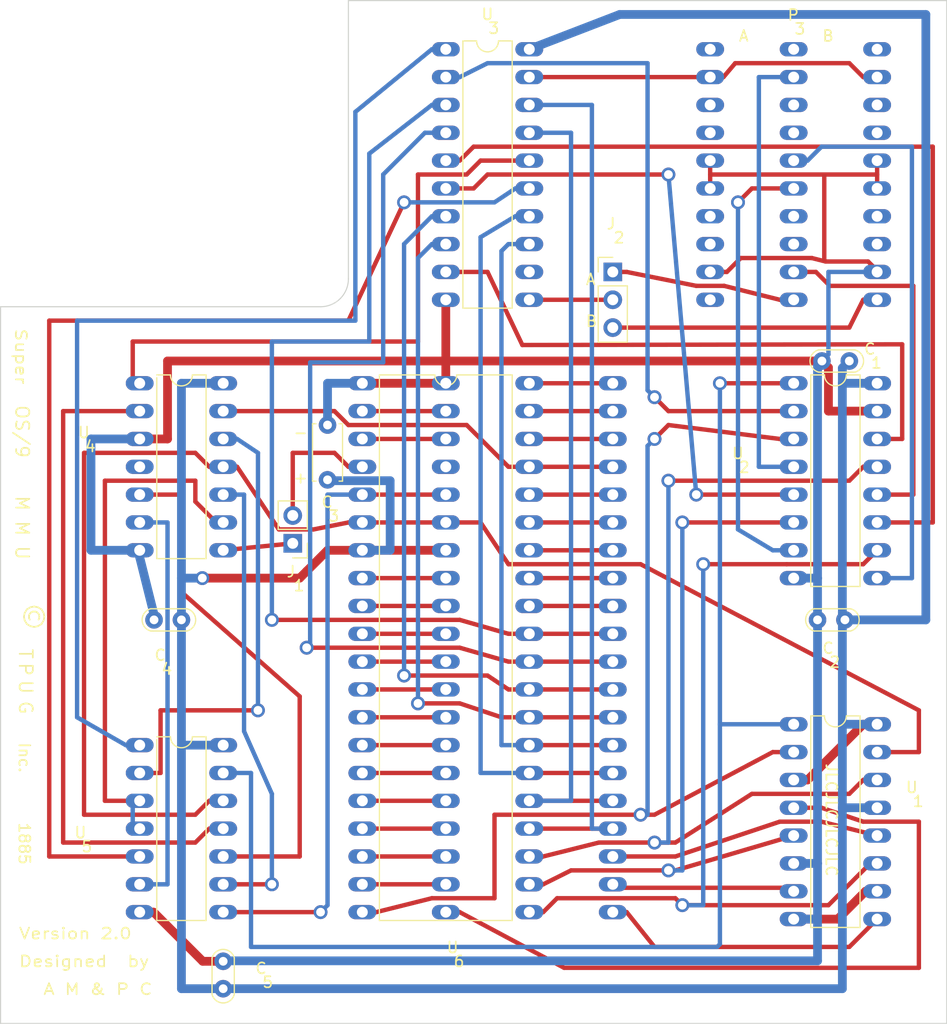
<source format=kicad_pcb>
(kicad_pcb (version 20221018) (generator pcbnew)
  (title_block (title "OS9 MMU Board") (date "2023-06-12") (rev "V001") (comment 1 "drawn in 2023") (comment 2 "creativecommons.org/licenses/by-sa/4.0/") (comment 3 "License: CC BY-SA 4.0") (comment 4 "Author: InsaneDruid"))
  (layers (0 "F.Cu" signal) (31 "B.Cu" signal) (34 "B.Paste" user) (35 "F.Paste" user) (36 "B.SilkS" user "B.Silkscreen") (37 "F.SilkS" user "F.Silkscreen") (38 "B.Mask" user) (39 "F.Mask" user) (44 "Edge.Cuts" user))
  (net 0 "")
  (net 1 "A")
  (net 2 "D")
  (net 3 "B")
  (net 4 "C")
  (net 5 "BS")
  (net 6 "GND")
  (net 7 "/BANK0")
  (net 8 "BA")
  (net 9 "/BANK2")
  (net 10 "A12")
  (net 11 "Q7")
  (net 12 "/BANK1")
  (net 13 "~{FIRQ}")
  (net 14 "/BANK3")
  (net 15 "+5V")
  (net 16 "Net-(JP1-B)")
  (net 17 "EFFC")
  (net 18 "~{RESET}")
  (net 19 "D0")
  (net 20 "D1")
  (net 21 "D2")
  (net 22 "D3")
  (net 23 "D4")
  (net 24 "D5")
  (net 25 "D6")
  (net 26 "D7")
  (net 27 "A15")
  (net 28 "/SEL_{OS9}")
  (net 29 "/~{SEL_{FIRQ}}")
  (net 30 "A14")
  (net 31 "A13")
  (net 32 "/SYNC_{Ack}")
  (net 33 "A12_{MMU}")
  (net 34 "A14_{MMU}")
  (net 35 "A13_{MMU}")
  (net 36 "/~{NMI}")
  (net 37 "/~{IRQ}")
  (net 39 "/A0")
  (net 40 "/A1")
  (net 41 "/A2")
  (net 42 "/A3")
  (net 43 "/A4")
  (net 44 "/A5")
  (net 45 "/A6")
  (net 46 "/A7")
  (net 47 "/A8")
  (net 48 "/A9")
  (net 49 "/A10")
  (net 50 "/A11")
  (net 57 "/~{HALT}")
  (net 58 "/TSC")
  (net 59 "/Q")
  (net 60 "/PHI2")
  (net 61 "/R{slash}~{W}")
  (net 62 "Net-(JP2-B)")
  (net 63 "A15_{MMU}")
  (net 64 "Net-(U1-S)")
  (net 65 "Net-(U3-~{Mr})")
  (net 67 "Net-(U4-Pad2)")
  (net 68 "Net-(U4-Pad10)")
  (net 69 "Net-(U4-Pad9)")
  (net 70 "Net-(U4-Pad12)")
  (net 76 "Net-(JC1-Pin_10)")
  (net 82 "Net-(U4-Pad5)")
  (net 83 "/LIC")
  (net 84 "/AVMA")
  (net 85 "/BUSY")
  (footprint "commonpet_lib_fp:C_Disc_D5.0mm_W2.5mm_P2.50mm" (layer "F.Cu") (at 115.57 95.25 180)
    (fp_text reference "C4" hide)
    (fp_text value "100nf")
  )
  (footprint "commonpet_lib_fp:PinSocket_1x10_P2.54mm_Vertical" (layer "F.Cu") (at 171.45 43.18)
    (fp_text reference "JC1" hide)
    (fp_text value "Conn_01x10_Pin")
  )
  (footprint "Capacitor_THT:C_Disc_D5.0mm_W2.5mm_P5.00mm" (layer "F.Cu") (at 128.905 82.47 90)
    (fp_text reference "C3" hide)
    (fp_text value "100nf" hide)
  )
  (footprint "commonpet_lib_fp:C_Disc_D5.0mm_W2.5mm_P2.50mm" (layer "F.Cu") (at 176.129 95.25 180)
    (fp_text reference "C2" hide)
    (fp_text value "100nf")
  )
  (footprint "commonpet_lib_fp:DIP-14_W7.62mm_LongPads" (layer "F.Cu") (at 111.76 106.68)
    (fp_text reference "U5" hide)
    (fp_text value "74LS02")
  )
  (footprint "Connector_PinHeader_2.54mm:PinHeader_1x02_P2.54mm_Vertical" (layer "F.Cu") (at 125.73 88.265 180)
    (fp_text reference "JP1" hide)
    (fp_text value "Jumper_2_Bridged")
  )
  (footprint "Connector_PinHeader_2.54mm:PinHeader_1x03_P2.54mm_Vertical" (layer "F.Cu") (at 154.94 63.5)
    (fp_text reference "JP2" hide)
    (fp_text value "Jumper_3_Bridged12")
  )
  (footprint "commonpet_lib_fp:C_Disc_D5.0mm_W2.5mm_P2.50mm" (layer "F.Cu") (at 176.53 71.628 180)
    (fp_text reference "C1" hide)
    (fp_text value "100nf")
  )
  (footprint "commonpet_lib_fp:C_Disc_D5.0mm_W2.5mm_P2.50mm" (layer "F.Cu") (at 119.38 128.905 90)
    (fp_text reference "C5" hide)
    (fp_text value "100nf")
  )
  (footprint "commonpet_lib_fp:DIP-16_W7.62mm_LongPads" (layer "F.Cu") (at 171.45 104.775)
    (fp_text reference "U1" hide)
    (fp_text value "74LS257")
  )
  (footprint "commonpet_lib_fp:DIP-14_W7.62mm_LongPads" (layer "F.Cu") (at 111.76 73.66)
    (fp_text reference "U4" hide)
    (fp_text value "74LS04")
  )
  (footprint "commonpet_lib_fp:DIP-40_W15.24mm_Socket_LongPads" (layer "F.Cu") (at 132.08 73.66)
    (fp_text reference "U6" hide)
    (fp_text value "6809E")
  )
  (footprint "commonpet_lib_fp:PinSocket_1x10_P2.54mm_Vertical" (layer "F.Cu") (at 179.07 43.18)
    (fp_text reference "JR2" hide)
    (fp_text value "Conn_01x10_Pin")
  )
  (footprint "commonpet_lib_fp:DIP-16_W7.62mm_LongPads" (layer "F.Cu") (at 171.45 73.66)
    (fp_text reference "U2" hide)
    (fp_text value "74LS157")
  )
  (footprint "commonpet_lib_fp:DIP-20_W7.62mm_LongPads" (layer "F.Cu") (at 139.7 43.18)
    (fp_text reference "U3" hide)
    (fp_text value "74LS273")
  )
  (footprint "commonpet_lib_fp:PinSocket_1x10_P2.54mm_Vertical" (layer "F.Cu") (at 163.83 43.18)
    (fp_text reference "JL2" hide)
    (fp_text value "Conn_01x10_Pin")
  )
  (footprint "commonpet_lib_fp:PinHeader_1x20_P2.54mm_Vertical" (layer "B.Cu") (at 154.94 73.66 180)
    (fp_text reference "JR1" hide)
    (fp_text value "Conn_01x20_Pin")
  )
  (footprint "commonpet_lib_fp:PinHeader_1x20_P2.54mm_Vertical" (layer "B.Cu") (at 139.7 73.66 180)
    (fp_text reference "JL1" hide)
    (fp_text value "Conn_01x20_Pin")
  )
  (gr_line (start 130.81 64.135) (end 130.81 38.735) (stroke (width 0.1)) (layer "Edge.Cuts"))
  (gr_line (start 99.06 132.08) (end 99.06 66.675) (stroke (width 0.1)) (layer "Edge.Cuts"))
  (gr_line (start 99.06 66.675) (end 128.27 66.675) (stroke (width 0.1)) (layer "Edge.Cuts"))
  (gr_line (start 185.42 38.735) (end 185.42 132.08) (stroke (width 0.1)) (layer "Edge.Cuts"))
  (gr_line (start 185.42 132.08) (end 99.06 132.08) (stroke (width 0.1)) (layer "Edge.Cuts"))
  (gr_line (start 130.81 38.735) (end 185.42 38.735) (stroke (width 0.1)) (layer "Edge.Cuts"))
  (gr_arc (start 130.81 64.135) (mid 130.066051 65.931051) (end 128.27 66.675) (stroke (width 0.1)) (layer "Edge.Cuts"))
  (gr_text "C" (at 122.2375 127.635) (layer "F.SilkS") (effects (font (size 1 1)) (justify left bottom)))
  (gr_text "1" (at 182.245 112.395) (layer "F.SilkS") (effects (font (size 1 1)) (justify left bottom)))
  (gr_text "U" (at 139.7 125.73) (layer "F.SilkS") (effects (font (size 1 1)) (justify left bottom)))
  (gr_text "Inc." (at 100.6475 106.3625 270) (layer "F.SilkS") (effects (font (size 1 1)) (justify left bottom)))
  (gr_text "U" (at 165.735 80.645) (layer "F.SilkS") (effects (font (size 1 1)) (justify left bottom)))
  (gr_text "©" (at 101.2825 93.6625 270) (layer "F.SilkS") (effects (font (size 1.4 1.4)) (justify left bottom)))
  (gr_text "U" (at 100.6475 100.6475 270) (layer "F.SilkS") (effects (font (size 1.2 1.2)) (justify left bottom)))
  (gr_text "A" (at 166.37 42.545) (layer "F.SilkS") (effects (font (size 1 1)) (justify left bottom)))
  (gr_text "2" (at 174.625 99.695) (layer "F.SilkS") (effects (font (size 1 1)) (justify left bottom)))
  (gr_text "2" (at 154.94 60.96) (layer "F.SilkS") (effects (font (size 1 1)) (justify left bottom)))
  (gr_text "-" (at 125.73 78.74) (layer "F.SilkS") (effects (font (size 1 1)) (justify left bottom)))
  (gr_text "1" (at 125.73 92.71) (layer "F.SilkS") (effects (font (size 1 1)) (justify left bottom)))
  (gr_text "5" (at 122.8725 128.905) (layer "F.SilkS") (effects (font (size 1 1)) (justify left bottom)))
  (gr_text "4" (at 106.68 80.01) (layer "F.SilkS") (effects (font (size 1 1)) (justify left bottom)))
  (gr_text "1" (at 178.435 72.39) (layer "F.SilkS") (effects (font (size 1 1)) (justify left bottom)))
  (gr_text "Super" (at 100.33 68.58 270) (layer "F.SilkS") (effects (font (size 1 1.2)) (justify left bottom)))
  (gr_text "3" (at 143.51 41.85) (layer "F.SilkS") (effects (font (size 1 1)) (justify left bottom)))
  (gr_text "M M U" (at 100.33 83.82 270) (layer "F.SilkS") (effects (font (size 1.2 1.2)) (justify left bottom)))
  (gr_text "U" (at 106.045 78.74) (layer "F.SilkS") (effects (font (size 1 1)) (justify left bottom)))
  (gr_text "A" (at 152.4 64.77) (layer "F.SilkS") (effects (font (size 1 1)) (justify left bottom)))
  (gr_text "6" (at 140.335 127) (layer "F.SilkS") (effects (font (size 1 1)) (justify left bottom)))
  (gr_text "+" (at 125.73 82.8675) (layer "F.SilkS") (effects (font (size 1 1)) (justify left bottom)))
  (gr_text "C" (at 177.8 71.12) (layer "F.SilkS") (effects (font (size 1 1)) (justify left bottom)))
  (gr_text "U" (at 142.875 40.58) (layer "F.SilkS") (effects (font (size 1 1)) (justify left bottom)))
  (gr_text "C" (at 113.03 99.06) (layer "F.SilkS") (effects (font (size 1 1)) (justify left bottom)))
  (gr_text "P" (at 170.815 40.64) (layer "F.SilkS") (effects (font (size 1 1)) (justify left bottom)))
  (gr_text "U" (at 105.7275 115.2525) (layer "F.SilkS") (effects (font (size 1 1)) (justify left bottom)))
  (gr_text "2" (at 166.37 81.915) (layer "F.SilkS") (effects (font (size 1 1)) (justify left bottom)))
  (gr_text "5" (at 106.3625 116.5225) (layer "F.SilkS") (effects (font (size 1 1)) (justify left bottom)))
  (gr_text "U" (at 181.61 111.125) (layer "F.SilkS") (effects (font (size 1 1)) (justify left bottom)))
  (gr_text "P" (at 100.6475 99.06 270) (layer "F.SilkS") (effects (font (size 1.2 1.2)) (justify left bottom)))
  (gr_text "1885" (at 100.6475 113.665 270) (layer "F.SilkS") (effects (font (size 1 1)) (justify left bottom)))
  (gr_text "JLCJLCJLCJLC" (at 174.3075 108.2675 -90) (layer "F.SilkS") (effects (font (size 1 1)) (justify left bottom)))
  (gr_text "3" (at 128.905 86.36) (layer "F.SilkS") (effects (font (size 1 1)) (justify left bottom)))
  (gr_text "Version 2.0" (at 100.6475 124.46) (layer "F.SilkS") (effects (font (size 1 1.2)) (justify left bottom)))
  (gr_text "B" (at 152.4 68.58) (layer "F.SilkS") (effects (font (size 1 1)) (justify left bottom)))
  (gr_text "J" (at 154.305 59.69) (layer "F.SilkS") (effects (font (size 1 1)) (justify left bottom)))
  (gr_text "T" (at 100.6475 97.79 270) (layer "F.SilkS") (effects (font (size 1.2 1.2)) (justify left bottom)))
  (gr_text "Designed  by" (at 100.6475 127) (layer "F.SilkS") (effects (font (size 1 1.2)) (justify left bottom)))
  (gr_text "C" (at 173.99 98.425) (layer "F.SilkS") (effects (font (size 1 1)) (justify left bottom)))
  (gr_text "C" (at 128.27 85.09) (layer "F.SilkS") (effects (font (size 1 1)) (justify left bottom)))
  (gr_text "3" (at 171.45 41.91) (layer "F.SilkS") (effects (font (size 1 1)) (justify left bottom)))
  (gr_text "4" (at 113.665 100.33) (layer "F.SilkS") (effects (font (size 1 1)) (justify left bottom)))
  (gr_text "G" (at 100.6475 102.5525 270) (layer "F.SilkS") (effects (font (size 1.2 1.2)) (justify left bottom)))
  (gr_text "B" (at 173.99 42.545) (layer "F.SilkS") (effects (font (size 1 1)) (justify left bottom)))
  (gr_text "OS/9" (at 100.33 75.565 270) (layer "F.SilkS") (effects (font (size 1.2 1.2)) (justify left bottom)))
  (gr_text "A M & P C" (at 102.87 129.54) (layer "F.SilkS") (effects (font (size 1 1.2)) (justify left bottom)))
  (gr_text "J" (at 125.095 91.44) (layer "F.SilkS") (effects (font (size 1 1)) (justify left bottom)))
  (segment (start 171.45 81.28) (end 168.275 81.28) (width 0.4) (layer "B.Cu") (net 1))
  (segment (start 168.275 81.28) (end 168.275 45.72) (width 0.4) (layer "B.Cu") (net 1))
  (segment (start 168.275 45.72) (end 171.45 45.72) (width 0.4) (layer "B.Cu") (net 1))
  (segment (start 173.99 52.07) (end 182.245 52.07) (width 0.4) (layer "B.Cu") (net 2))
  (segment (start 182.245 91.44) (end 179.07 91.44) (width 0.4) (layer "B.Cu") (net 2))
  (segment (start 171.45 53.34) (end 172.72 53.34) (width 0.4) (layer "B.Cu") (net 2))
  (segment (start 182.245 52.07) (end 182.245 91.44) (width 0.4) (layer "B.Cu") (net 2))
  (segment (start 172.72 53.34) (end 173.99 52.07) (width 0.4) (layer "B.Cu") (net 2))
  (segment (start 166.37 57.15) (end 167.64 55.88) (width 0.4) (layer "F.Cu") (net 3))
  (segment (start 167.64 55.88) (end 171.45 55.88) (width 0.4) (layer "F.Cu") (net 3))
  (via (at 166.37 57.15) (size 1.27) (drill 0.8) (layers "F.Cu" "B.Cu") (net 3))
  (segment (start 171.45 88.9) (end 169.545 88.9) (width 0.4) (layer "B.Cu") (net 3))
  (segment (start 166.37 86.995) (end 166.37 57.15) (width 0.4) (layer "B.Cu") (net 3))
  (segment (start 169.545 88.9) (end 166.37 86.995) (width 0.4) (layer "B.Cu") (net 3))
  (segment (start 182.372 83.82) (end 182.372 64.77) (width 0.4) (layer "F.Cu") (net 4))
  (segment (start 173.482 63.5) (end 171.45 63.5) (width 0.4) (layer "F.Cu") (net 4))
  (segment (start 174.752 64.77) (end 173.482 63.5) (width 0.4) (layer "F.Cu") (net 4))
  (segment (start 182.372 64.77) (end 174.752 64.77) (width 0.4) (layer "F.Cu") (net 4))
  (segment (start 179.07 83.82) (end 182.372 83.82) (width 0.4) (layer "F.Cu") (net 4))
  (segment (start 119.38 121.92) (end 128.27 121.92) (width 0.4) (layer "F.Cu") (net 5))
  (segment (start 132.08 83.82) (end 139.7 83.82) (width 0.4) (layer "F.Cu") (net 5))
  (via (at 128.27 121.92) (size 1.27) (drill 0.8) (layers "F.Cu" "B.Cu") (net 5))
  (segment (start 128.905 83.82) (end 132.08 83.82) (width 0.4) (layer "B.Cu") (net 5))
  (segment (start 128.27 121.92) (end 128.905 121.285) (width 0.4) (layer "B.Cu") (net 5))
  (segment (start 128.905 121.285) (end 128.905 83.82) (width 0.4) (layer "B.Cu") (net 5))
  (segment (start 165.354 63.5) (end 163.957 63.5) (width 0.4) (layer "F.Cu") (net 6))
  (segment (start 179.07 53.594) (end 179.07 55.753) (width 0.4) (layer "F.Cu") (net 6))
  (segment (start 113.03 121.92) (end 117.515 126.405) (width 0.8) (layer "F.Cu") (net 6))
  (segment (start 111.76 121.92) (end 113.03 121.92) (width 0.8) (layer "F.Cu") (net 6))
  (segment (start 174.625 76.2) (end 174.625 72.223) (width 0.8) (layer "F.Cu") (net 6))
  (segment (start 178.2445 62.5475) (end 174.371 62.5475) (width 0.4) (layer "F.Cu") (net 6))
  (segment (start 178.011667 120.015) (end 179.07 120.015) (width 0.8) (layer "F.Cu") (net 6))
  (segment (start 179.197 63.5) (end 178.2445 62.5475) (width 0.4) (layer "F.Cu") (net 6))
  (segment (start 174.244 62.4205) (end 174.371 62.5475) (width 0.4) (layer "F.Cu") (net 6))
  (segment (start 114.3 71.628) (end 174.03 71.628) (width 0.8) (layer "F.Cu") (net 6))
  (segment (start 166.624 62.23) (end 165.354 63.5) (width 0.4) (layer "F.Cu") (net 6))
  (segment (start 173.101 62.23) (end 166.624 62.23) (width 0.4) (layer "F.Cu") (net 6))
  (segment (start 132.08 73.66) (end 139.7 73.66) (width 0.8) (layer "F.Cu") (net 6))
  (segment (start 174.371 62.5475) (end 173.101 62.23) (width 0.4) (layer "F.Cu") (net 6))
  (segment (start 139.7 66.04) (end 139.7 73.66) (width 0.8) (layer "F.Cu") (net 6))
  (segment (start 111.76 78.74) (end 114.3 78.74) (width 0.8) (layer "F.Cu") (net 6))
  (segment (start 117.515 126.405) (end 119.38 126.405) (width 0.8) (layer "F.Cu") (net 6))
  (segment (start 179.07 54.61) (end 163.83 54.61) (width 0.4) (layer "F.Cu") (net 6))
  (segment (start 174.625 72.223) (end 174.03 71.628) (width 0.8) (layer "F.Cu") (net 6))
  (segment (start 175.471667 122.555) (end 178.011667 120.015) (width 0.8) (layer "F.Cu") (net 6))
  (segment (start 163.83 55.88) (end 163.83 53.467) (width 0.4) (layer "F.Cu") (net 6))
  (segment (start 174.244 54.737) (end 174.244 62.4205) (width 0.4) (layer "F.Cu") (net 6))
  (segment (start 179.324 76.2) (end 174.625 76.2) (width 0.8) (layer "F.Cu") (net 6))
  (segment (start 171.45 122.555) (end 175.471667 122.555) (width 0.8) (layer "F.Cu") (net 6))
  (segment (start 114.3 78.74) (end 114.3 71.628) (width 0.8) (layer "F.Cu") (net 6))
  (segment (start 173.629 126.365) (end 119.42 126.365) (width 0.8) (layer "B.Cu") (net 6))
  (segment (start 111.76 88.9) (end 107.315 88.9) (width 0.8) (layer "B.Cu") (net 6))
  (segment (start 128.905 73.66) (end 132.08 73.66) (width 0.8) (layer "B.Cu") (net 6))
  (segment (start 111.76 89.535) (end 111.76 88.9) (width 0.8) (layer "B.Cu") (net 6))
  (segment (start 107.315 88.9) (end 107.315 78.74) (width 0.8) (layer "B.Cu") (net 6))
  (segment (start 171.45 122.555) (end 173.629 122.555) (width 0.8) (layer "B.Cu") (net 6))
  (segment (start 174.625 63.5) (end 179.07 63.5) (width 0.4) (layer "B.Cu") (net 6))
  (segment (start 171.45 117.475) (end 173.629 117.475) (width 0.8) (layer "B.Cu") (net 6))
  (segment (start 174.625 71.033) (end 174.625 63.5) (width 0.4) (layer "B.Cu") (net 6))
  (segment (start 174.03 71.628) (end 174.625 71.033) (width 0.4) (layer "B.Cu") (net 6))
  (segment (start 113.07 95.25) (end 113.03 95.21) (width 0.8) (layer "B.Cu") (net 6))
  (segment (start 173.629 122.555) (end 173.629 126.365) (width 0.8) (layer "B.Cu") (net 6))
  (segment (start 119.42 126.365) (end 119.38 126.405) (width 0.8) (layer "B.Cu") (net 6))
  (segment (start 128.905 77.47) (end 128.905 73.66) (width 0.8) (layer "B.Cu") (net 6))
  (segment (start 171.45 91.44) (end 173.629 91.44) (width 0.8) (layer "B.Cu") (net 6))
  (segment (start 173.629 95.25) (end 173.629 117.475) (width 0.8) (layer "B.Cu") (net 6))
  (segment (start 173.629 117.475) (end 173.629 122.555) (width 0.8) (layer "B.Cu") (net 6))
  (segment (start 173.629 91.44) (end 173.629 72.029) (width 0.8) (layer "B.Cu") (net 6))
  (segment (start 107.315 78.74) (end 111.76 78.74) (width 0.8) (layer "B.Cu") (net 6))
  (segment (start 173.629 95.25) (end 173.629 91.44) (width 0.8) (layer "B.Cu") (net 6))
  (segment (start 113.03 95.21) (end 113.03 94.615) (width 0.8) (layer "B.Cu") (net 6))
  (segment (start 113.03 94.615) (end 111.76 89.535) (width 0.8) (layer "B.Cu") (net 6))
  (segment (start 173.629 72.029) (end 174.03 71.628) (width 0.8) (layer "B.Cu") (net 6))
  (segment (start 171.45 76.2) (end 160.02 76.2) (width 0.4) (layer "F.Cu") (net 7))
  (segment (start 160.02 76.2) (end 158.75 74.93) (width 0.4) (layer "F.Cu") (net 7))
  (via (at 158.75 74.93) (size 1.27) (drill 0.8) (layers "F.Cu" "B.Cu") (net 7))
  (segment (start 158.75 74.93) (end 158.115 74.295) (width 0.4) (layer "B.Cu") (net 7))
  (segment (start 140.97 45.72) (end 139.7 45.72) (width 0.4) (layer "B.Cu") (net 7))
  (segment (start 158.115 74.295) (end 158.115 44.45) (width 0.4) (layer "B.Cu") (net 7))
  (segment (start 158.115 44.45) (end 143.51 44.45) (width 0.4) (layer "B.Cu") (net 7))
  (segment (start 143.51 44.45) (end 140.97 45.72) (width 0.4) (layer "B.Cu") (net 7))
  (segment (start 132.08 86.36) (end 130.81 86.36) (width 0.4) (layer "F.Cu") (net 8))
  (segment (start 142.875 86.36) (end 139.7 86.36) (width 0.4) (layer "F.Cu") (net 8))
  (segment (start 182.88 103.505) (end 157.48 90.17) (width 0.4) (layer "F.Cu") (net 8))
  (segment (start 127.635 86.995) (end 124.46 86.995) (width 0.4) (layer "F.Cu") (net 8))
  (segment (start 118.11 81.28) (end 116.84 80.01) (width 0.4) (layer "F.Cu") (net 8))
  (segment (start 179.07 107.315) (end 182.88 107.315) (width 0.4) (layer "F.Cu") (net 8))
  (segment (start 106.68 113.03) (end 116.84 113.03) (width 0.4) (layer "F.Cu") (net 8))
  (segment (start 182.88 107.315) (end 182.88 103.505) (width 0.4) (layer "F.Cu") (net 8))
  (segment (start 106.68 80.01) (end 106.68 113.03) (width 0.4) (layer "F.Cu") (net 8))
  (segment (start 116.84 80.01) (end 106.68 80.01) (width 0.4) (layer "F.Cu") (net 8))
  (segment (start 145.415 90.17) (end 142.875 86.36) (width 0.4) (layer "F.Cu") (net 8))
  (segment (start 157.48 90.17) (end 145.415 90.17) (width 0.4) (layer "F.Cu") (net 8))
  (segment (start 124.46 86.995) (end 120.65 81.28) (width 0.4) (layer "F.Cu") (net 8))
  (segment (start 118.11 111.76) (end 119.38 111.76) (width 0.4) (layer "F.Cu") (net 8))
  (segment (start 139.7 86.36) (end 132.08 86.36) (width 0.4) (layer "F.Cu") (net 8))
  (segment (start 130.81 86.36) (end 127.635 86.995) (width 0.4) (layer "F.Cu") (net 8))
  (segment (start 116.84 113.03) (end 118.11 111.76) (width 0.4) (layer "F.Cu") (net 8))
  (segment (start 120.65 81.28) (end 119.38 81.28) (width 0.4) (layer "F.Cu") (net 8))
  (segment (start 119.38 81.28) (end 118.11 81.28) (width 0.4) (layer "F.Cu") (net 8))
  (segment (start 143.51 54.61) (end 142.24 55.88) (width 0.4) (layer "F.Cu") (net 9))
  (segment (start 142.24 55.88) (end 139.7 55.88) (width 0.4) (layer "F.Cu") (net 9))
  (segment (start 171.45 83.82) (end 162.56 83.82) (width 0.4) (layer "F.Cu") (net 9))
  (segment (start 160.02 54.61) (end 143.51 54.61) (width 0.4) (layer "F.Cu") (net 9))
  (via (at 162.56 83.82) (size 1.27) (drill 0.8) (layers "F.Cu" "B.Cu") (net 9))
  (via (at 160.02 54.61) (size 1.27) (drill 0.8) (layers "F.Cu" "B.Cu") (net 9))
  (segment (start 160.02 54.61) (end 162.56 83.82) (width 0.4) (layer "B.Cu") (net 9))
  (segment (start 171.45 112.395) (end 173.99 112.395) (width 0.4) (layer "F.Cu") (net 10))
  (segment (start 177.8 113.665) (end 182.88 113.665) (width 0.4) (layer "F.Cu") (net 10))
  (segment (start 140.97 121.92) (end 139.7 121.92) (width 0.4) (layer "F.Cu") (net 10))
  (segment (start 150.495 127) (end 140.97 121.92) (width 0.4) (layer "F.Cu") (net 10))
  (segment (start 182.88 127) (end 150.495 127) (width 0.4) (layer "F.Cu") (net 10))
  (segment (start 182.88 113.665) (end 182.88 127) (width 0.4) (layer "F.Cu") (net 10))
  (segment (start 173.99 112.395) (end 177.8 113.665) (width 0.4) (layer "F.Cu") (net 10))
  (segment (start 165.043556 45.72) (end 166.116 44.45) (width 0.4) (layer "F.Cu") (net 11))
  (segment (start 177.8 45.72) (end 179.07 45.72) (width 0.4) (layer "F.Cu") (net 11))
  (segment (start 176.53 44.45) (end 177.8 45.72) (width 0.4) (layer "F.Cu") (net 11))
  (segment (start 147.32 45.72) (end 165.043556 45.72) (width 0.4) (layer "F.Cu") (net 11))
  (segment (start 166.116 44.45) (end 176.53 44.45) (width 0.4) (layer "F.Cu") (net 11))
  (segment (start 179.07 86.36) (end 184.15 86.36) (width 0.4) (layer "F.Cu") (net 12))
  (segment (start 184.15 86.36) (end 184.15 52.07) (width 0.4) (layer "F.Cu") (net 12))
  (segment (start 142.24 52.07) (end 140.97 53.34) (width 0.4) (layer "F.Cu") (net 12))
  (segment (start 140.97 53.34) (end 139.7 53.34) (width 0.4) (layer "F.Cu") (net 12))
  (segment (start 184.15 52.07) (end 142.24 52.07) (width 0.4) (layer "F.Cu") (net 12))
  (segment (start 119.38 88.9) (end 125.73 88.265) (width 0.4) (layer "F.Cu") (net 13))
  (segment (start 181.356 70.104) (end 146.685 70.1675) (width 0.4) (layer "F.Cu") (net 14))
  (segment (start 143.51 63.5) (end 139.7 63.5) (width 0.4) (layer "F.Cu") (net 14))
  (segment (start 181.356 78.74) (end 181.356 70.104) (width 0.4) (layer "F.Cu") (net 14))
  (segment (start 179.07 78.74) (end 181.356 78.74) (width 0.4) (layer "F.Cu") (net 14))
  (segment (start 146.685 70.1675) (end 143.51 63.5) (width 0.4) (layer "F.Cu") (net 14))
  (segment (start 171.45 109.855) (end 172.72 109.855) (width 0.8) (layer "F.Cu") (net 15))
  (segment (start 132.08 88.9) (end 139.7 88.9) (width 0.8) (layer "F.Cu") (net 15))
  (segment (start 177.8 104.775) (end 179.07 104.775) (width 0.8) (layer "F.Cu") (net 15))
  (segment (start 172.72 109.855) (end 177.8 104.775) (width 0.8) (layer "F.Cu") (net 15))
  (segment (start 127 90.805) (end 126.365 91.44) (width 0.8) (layer "F.Cu") (net 15))
  (segment (start 128.905 88.9) (end 127 90.805) (width 0.8) (layer "F.Cu") (net 15))
  (segment (start 126.365 91.44) (end 117.475 91.44) (width 0.8) (layer "F.Cu") (net 15))
  (segment (start 132.08 88.9) (end 128.905 88.9) (width 0.8) (layer "F.Cu") (net 15))
  (via (at 117.475 91.44) (size 1.27) (drill 0.8) (layers "F.Cu" "B.Cu") (net 15))
  (segment (start 175.895 104.775) (end 175.895 95.484) (width 0.8) (layer "B.Cu") (net 15))
  (segment (start 134.62 82.55) (end 128.985 82.55) (width 0.8) (layer "B.Cu") (net 15))
  (segment (start 128.985 82.55) (end 128.905 82.47) (width 0.8) (layer "B.Cu") (net 15))
  (segment (start 179.07 73.66) (end 175.895 73.66) (width 0.8) (layer "B.Cu") (net 15))
  (segment (start 175.895 128.905) (end 175.895 112.395) (width 0.8) (layer "B.Cu") (net 15))
  (segment (start 175.895 95.016) (end 175.895 73.66) (width 0.8) (layer "B.Cu") (net 15))
  (segment (start 176.129 95.25) (end 183.515 95.25) (width 0.8) (layer "B.Cu") (net 15))
  (segment (start 179.07 104.775) (end 175.895 104.775) (width 0.8) (layer "B.Cu") (net 15))
  (segment (start 119.38 128.905) (end 175.895 128.905) (width 0.8) (layer "B.Cu") (net 15))
  (segment (start 115.57 91.44) (end 115.57 73.66) (width 0.8) (layer "B.Cu") (net 15))
  (segment (start 117.475 91.44) (end 115.57 91.44) (width 0.8) (layer "B.Cu") (net 15))
  (segment (start 115.57 95.25) (end 115.57 91.44) (width 0.8) (layer "B.Cu") (net 15))
  (segment (start 155.575 40.005) (end 147.32 43.18) (width 0.8) (layer "B.Cu") (net 15))
  (segment (start 183.515 40.005) (end 155.575 40.005) (width 0.8) (layer "B.Cu") (net 15))
  (segment (start 132.08 88.9) (end 134.62 88.9) (width 0.8) (layer "B.Cu") (net 15))
  (segment (start 176.129 95.25) (end 175.895 95.016) (width 0.8) (layer "B.Cu") (net 15))
  (segment (start 175.895 112.395) (end 175.895 104.775) (width 0.8) (layer "B.Cu") (net 15))
  (segment (start 175.895 73.66) (end 175.895 72.263) (width 0.8) (layer "B.Cu") (net 15))
  (segment (start 115.57 106.68) (end 115.57 95.25) (width 0.8) (layer "B.Cu") (net 15))
  (segment (start 119.38 128.905) (end 115.57 128.905) (width 0.8) (layer "B.Cu") (net 15))
  (segment (start 175.895 72.263) (end 176.53 71.628) (width 0.8) (layer "B.Cu") (net 15))
  (segment (start 115.57 128.905) (end 115.57 106.68) (width 0.8) (layer "B.Cu") (net 15))
  (segment (start 119.38 106.68) (end 115.57 106.68) (width 0.8) (layer "B.Cu") (net 15))
  (segment (start 183.515 95.25) (end 183.515 40.005) (width 0.8) (layer "B.Cu") (net 15))
  (segment (start 134.62 88.9) (end 134.62 82.55) (width 0.8) (layer "B.Cu") (net 15))
  (segment (start 115.57 73.66) (end 119.38 73.66) (width 0.8) (layer "B.Cu") (net 15))
  (segment (start 179.07 112.395) (end 175.895 112.395) (width 0.8) (layer "B.Cu") (net 15))
  (segment (start 175.895 95.484) (end 176.129 95.25) (width 0.8) (layer "B.Cu") (net 15))
  (segment (start 130.81 81.28) (end 129.54 80.01) (width 0.4) (layer "F.Cu") (net 16))
  (segment (start 125.73 80.01) (end 125.73 85.725) (width 0.4) (layer "F.Cu") (net 16))
  (segment (start 132.08 81.28) (end 130.81 81.28) (width 0.4) (layer "F.Cu") (net 16))
  (segment (start 129.54 80.01) (end 125.73 80.01) (width 0.4) (layer "F.Cu") (net 16))
  (segment (start 147.32 66.04) (end 154.94 66.04) (width 0.4) (layer "F.Cu") (net 17))
  (segment (start 145.415 81.28) (end 141.605 77.47) (width 0.4) (layer "F.Cu") (net 18))
  (segment (start 130.81 77.47) (end 129.54 76.2) (width 0.4) (layer "F.Cu") (net 18))
  (segment (start 147.32 81.28) (end 154.94 81.28) (width 0.4) (layer "F.Cu") (net 18))
  (segment (start 129.54 76.2) (end 119.38 76.2) (width 0.4) (layer "F.Cu") (net 18))
  (segment (start 147.32 81.28) (end 145.415 81.28) (width 0.4) (layer "F.Cu") (net 18))
  (segment (start 141.605 77.47) (end 130.81 77.47) (width 0.4) (layer "F.Cu") (net 18))
  (segment (start 147.32 96.52) (end 154.94 96.52) (width 0.4) (layer "F.Cu") (net 19))
  (segment (start 140.97 95.25) (end 145.415 96.52) (width 0.4) (layer "F.Cu") (net 19))
  (segment (start 123.825 95.25) (end 140.97 95.25) (width 0.4) (layer "F.Cu") (net 19))
  (segment (start 145.415 96.52) (end 147.32 96.52) (width 0.4) (layer "F.Cu") (net 19))
  (via (at 123.825 95.25) (size 1.27) (drill 0.8) (layers "F.Cu" "B.Cu") (net 19))
  (segment (start 132.715 52.705) (end 138.43 48.26) (width 0.4) (layer "B.Cu") (net 19))
  (segment (start 123.825 95.25) (end 123.825 69.85) (width 0.4) (layer "B.Cu") (net 19))
  (segment (start 132.715 69.85) (end 132.715 52.705) (width 0.4) (layer "B.Cu") (net 19))
  (segment (start 138.43 48.26) (end 139.7 48.26) (width 0.4) (layer "B.Cu") (net 19))
  (segment (start 123.825 69.85) (end 132.715 69.85) (width 0.4) (layer "B.Cu") (net 19))
  (segment (start 140.97 97.79) (end 145.415 99.06) (width 0.4) (layer "F.Cu") (net 20))
  (segment (start 127 97.79) (end 140.97 97.79) (width 0.4) (layer "F.Cu") (net 20))
  (segment (start 145.415 99.06) (end 147.32 99.06) (width 0.4) (layer "F.Cu") (net 20))
  (segment (start 147.32 99.06) (end 154.94 99.06) (width 0.4) (layer "F.Cu") (net 20))
  (via (at 127 97.79) (size 1.27) (drill 0.8) (layers "F.Cu" "B.Cu") (net 20))
  (segment (start 127.3175 71.755) (end 127.3175 97.4725) (width 0.4) (layer "B.Cu") (net 20))
  (segment (start 139.7 50.8) (end 137.795 50.8) (width 0.4) (layer "B.Cu") (net 20))
  (segment (start 137.795 50.8) (end 133.985 54.61) (width 0.4) (layer "B.Cu") (net 20))
  (segment (start 133.985 71.755) (end 127.3175 71.755) (width 0.4) (layer "B.Cu") (net 20))
  (segment (start 133.985 54.61) (end 133.985 71.755) (width 0.4) (layer "B.Cu") (net 20))
  (segment (start 127.3175 97.4725) (end 127 97.79) (width 0.4) (layer "B.Cu") (net 20))
  (segment (start 145.415 101.6) (end 147.32 101.6) (width 0.4) (layer "F.Cu") (net 21))
  (segment (start 135.89 100.33) (end 143.51 100.33) (width 0.4) (layer "F.Cu") (net 21))
  (segment (start 147.32 101.6) (end 154.94 101.6) (width 0.4) (layer "F.Cu") (net 21))
  (segment (start 143.51 100.33) (end 145.415 101.6) (width 0.4) (layer "F.Cu") (net 21))
  (via (at 135.89 100.33) (size 1.27) (drill 0.8) (layers "F.Cu" "B.Cu") (net 21))
  (segment (start 135.89 100.33) (end 135.89 60.96) (width 0.4) (layer "B.Cu") (net 21))
  (segment (start 135.89 60.96) (end 138.43 58.42) (width 0.4) (layer "B.Cu") (net 21))
  (segment (start 138.43 58.42) (end 139.7 58.42) (width 0.4) (layer "B.Cu") (net 21))
  (segment (start 140.97 102.87) (end 137.16 102.87) (width 0.4) (layer "F.Cu") (net 22))
  (segment (start 147.32 104.14) (end 144.78 104.14) (width 0.4) (layer "F.Cu") (net 22))
  (segment (start 144.78 104.14) (end 140.97 102.87) (width 0.4) (layer "F.Cu") (net 22))
  (segment (start 147.32 104.14) (end 154.94 104.14) (width 0.4) (layer "F.Cu") (net 22))
  (via (at 137.16 102.87) (size 1.27) (drill 0.8) (layers "F.Cu" "B.Cu") (net 22))
  (segment (start 138.43 60.96) (end 137.16 62.23) (width 0.4) (layer "B.Cu") (net 22))
  (segment (start 137.16 62.23) (end 137.16 102.87) (width 0.4) (layer "B.Cu") (net 22))
  (segment (start 139.7 60.96) (end 138.43 60.96) (width 0.4) (layer "B.Cu") (net 22))
  (segment (start 147.32 106.68) (end 154.94 106.68) (width 0.4) (layer "F.Cu") (net 23))
  (segment (start 145.415 60.96) (end 144.78 61.595) (width 0.4) (layer "B.Cu") (net 23))
  (segment (start 147.32 60.96) (end 145.415 60.96) (width 0.4) (layer "B.Cu") (net 23))
  (segment (start 144.78 106.68) (end 147.32 106.68) (width 0.4) (layer "B.Cu") (net 23))
  (segment (start 144.78 61.595) (end 144.78 106.68) (width 0.4) (layer "B.Cu") (net 23))
  (segment (start 147.32 109.22) (end 154.94 109.22) (width 0.4) (layer "F.Cu") (net 24))
  (segment (start 147.32 109.22) (end 142.875 109.22) (width 0.4) (layer "B.Cu") (net 24))
  (segment (start 146.05 58.42) (end 147.32 58.42) (width 0.4) (layer "B.Cu") (net 24))
  (segment (start 142.875 109.22) (end 142.875 60.325) (width 0.4) (layer "B.Cu") (net 24))
  (segment (start 142.875 60.325) (end 146.05 58.42) (width 0.4) (layer "B.Cu") (net 24))
  (segment (start 147.32 111.76) (end 154.94 111.76) (width 0.4) (layer "F.Cu") (net 25))
  (segment (start 151.13 50.8) (end 147.32 50.8) (width 0.4) (layer "B.Cu") (net 25))
  (segment (start 147.32 111.76) (end 151.13 111.76) (width 0.4) (layer "B.Cu") (net 25))
  (segment (start 151.13 111.76) (end 151.13 50.8) (width 0.4) (layer "B.Cu") (net 25))
  (segment (start 147.32 114.3) (end 154.94 114.3) (width 0.4) (layer "F.Cu") (net 26))
  (segment (start 153.035 48.26) (end 153.035 114.3) (width 0.4) (layer "B.Cu") (net 26))
  (segment (start 147.32 48.26) (end 153.035 48.26) (width 0.4) (layer "B.Cu") (net 26))
  (segment (start 153.035 114.3) (end 154.94 114.3) (width 0.4) (layer "B.Cu") (net 26))
  (segment (start 173.99 113.665) (end 179.07 114.935) (width 0.4) (layer "F.Cu") (net 27))
  (segment (start 170.18 113.665) (end 173.99 113.665) (width 0.4) (layer "F.Cu") (net 27))
  (segment (start 160.655 116.84) (end 170.18 113.665) (width 0.4) (layer "F.Cu") (net 27))
  (segment (start 154.94 116.84) (end 160.655 116.84) (width 0.4) (layer "F.Cu") (net 27))
  (segment (start 137.16 69.85) (end 111.125 69.85) (width 0.4) (layer "F.Cu") (net 28))
  (segment (start 141.605 54.61) (end 137.16 54.61) (width 0.4) (layer "F.Cu") (net 28))
  (segment (start 111.125 69.85) (end 111.125 73.66) (width 0.4) (layer "F.Cu") (net 28))
  (segment (start 111.125 73.66) (end 111.76 73.66) (width 0.4) (layer "F.Cu") (net 28))
  (segment (start 147.32 53.34) (end 142.875 53.34) (width 0.4) (layer "F.Cu") (net 28))
  (segment (start 142.875 53.34) (end 141.605 54.61) (width 0.4) (layer "F.Cu") (net 28))
  (segment (start 137.16 54.61) (end 137.16 69.85) (width 0.4) (layer "F.Cu") (net 28))
  (segment (start 103.505 116.84) (end 111.76 116.84) (width 0.4) (layer "F.Cu") (net 29))
  (segment (start 135.89 57.15) (end 130.81 67.945) (width 0.4) (layer "F.Cu") (net 29))
  (segment (start 103.505 67.945) (end 103.505 116.84) (width 0.4) (layer "F.Cu") (net 29))
  (segment (start 130.81 67.945) (end 103.505 67.945) (width 0.4) (layer "F.Cu") (net 29))
  (via (at 135.89 57.15) (size 1.27) (drill 0.8) (layers "F.Cu" "B.Cu") (net 29))
  (segment (start 146.05 55.88) (end 147.32 55.88) (width 0.4) (layer "B.Cu") (net 29))
  (segment (start 135.89 57.15) (end 144.145 57.15) (width 0.4) (layer "B.Cu") (net 29))
  (segment (start 144.145 57.15) (end 146.05 55.88) (width 0.4) (layer "B.Cu") (net 29))
  (segment (start 154.94 119.38) (end 155.2575 119.6975) (width 0.4) (layer "F.Cu") (net 30))
  (segment (start 155.2575 119.6975) (end 171.1325 119.6975) (width 0.4) (layer "F.Cu") (net 30))
  (segment (start 171.1325 119.6975) (end 171.45 120.015) (width 0.4) (layer "F.Cu") (net 30))
  (segment (start 156.21 121.92) (end 158.75 125.095) (width 0.4) (layer "F.Cu") (net 31))
  (segment (start 176.53 125.095) (end 179.07 122.555) (width 0.4) (layer "F.Cu") (net 31))
  (segment (start 154.94 121.92) (end 156.21 121.92) (width 0.4) (layer "F.Cu") (net 31))
  (segment (start 158.75 125.095) (end 176.53 125.095) (width 0.4) (layer "F.Cu") (net 31))
  (segment (start 114.3 86.36) (end 114.3 119.38) (width 0.4) (layer "B.Cu") (net 32))
  (segment (start 111.76 86.36) (end 114.3 86.36) (width 0.4) (layer "B.Cu") (net 32))
  (segment (start 114.3 119.38) (end 111.76 119.38) (width 0.4) (layer "B.Cu") (net 32))
  (segment (start 144.145 120.65) (end 144.145 113.03) (width 0.4) (layer "F.Cu") (net 33))
  (segment (start 169.545 107.315) (end 171.45 107.315) (width 0.4) (layer "F.Cu") (net 33))
  (segment (start 171.45 78.74) (end 170.18 78.74) (width 0.4) (layer "F.Cu") (net 33))
  (segment (start 138.43 120.65) (end 144.145 120.65) (width 0.4) (layer "F.Cu") (net 33))
  (segment (start 133.35 121.92) (end 138.43 120.65) (width 0.4) (layer "F.Cu") (net 33))
  (segment (start 158.75 113.03) (end 169.545 107.315) (width 0.4) (layer "F.Cu") (net 33))
  (segment (start 160.02 77.47) (end 158.75 78.74) (width 0.4) (layer "F.Cu") (net 33))
  (segment (start 132.08 121.92) (end 133.35 121.92) (width 0.4) (layer "F.Cu") (net 33))
  (segment (start 144.145 113.03) (end 158.75 113.03) (width 0.4) (layer "F.Cu") (net 33))
  (segment (start 170.18 78.74) (end 160.02 77.47) (width 0.4) (layer "F.Cu") (net 33))
  (via (at 158.75 78.74) (size 1.27) (drill 0.8) (layers "F.Cu" "B.Cu") (net 33))
  (via (at 157.48 113.03) (size 1.27) (drill 0.8) (layers "F.Cu" "B.Cu") (net 33))
  (segment (start 158.115 79.375) (end 158.75 78.74) (width 0.4) (layer "B.Cu") (net 33))
  (segment (start 157.48 113.03) (end 158.115 113.03) (width 0.4) (layer "B.Cu") (net 33))
  (segment (start 158.115 113.03) (end 158.115 79.375) (width 0.4) (layer "B.Cu") (net 33))
  (segment (start 171.45 86.36) (end 161.29 86.36) (width 0.4) (layer "F.Cu") (net 34))
  (segment (start 148.59 119.38) (end 151.13 118.11) (width 0.4) (layer "F.Cu") (net 34))
  (segment (start 160.655 118.11) (end 171.45 114.935) (width 0.4) (layer "F.Cu") (net 34))
  (segment (start 160.02 118.11) (end 160.655 118.11) (width 0.4) (layer "F.Cu") (net 34))
  (segment (start 151.13 118.11) (end 160.02 118.11) (width 0.4) (layer "F.Cu") (net 34))
  (segment (start 147.32 119.38) (end 148.59 119.38) (width 0.4) (layer "F.Cu") (net 34))
  (via (at 161.29 86.36) (size 1.27) (drill 0.8) (layers "F.Cu" "B.Cu") (net 34))
  (via (at 160.02 118.11) (size 1.27) (drill 0.8) (layers "F.Cu" "B.Cu") (net 34))
  (segment (start 161.29 118.11) (end 160.02 118.11) (width 0.4) (layer "B.Cu") (net 34))
  (segment (start 161.29 86.36) (end 161.29 118.11) (width 0.4) (layer "B.Cu") (net 34))
  (segment (start 161.29 121.285) (end 174.625 121.285) (width 0.4) (layer "F.Cu") (net 35))
  (segment (start 174.625 121.285) (end 178.435 117.475) (width 0.4) (layer "F.Cu") (net 35))
  (segment (start 178.435 117.475) (end 179.07 117.475) (width 0.4) (layer "F.Cu") (net 35))
  (segment (start 160.655 120.65) (end 149.86 120.65) (width 0.4) (layer "F.Cu") (net 35))
  (segment (start 177.8 90.17) (end 170.815 90.17) (width 0.4) (layer "F.Cu") (net 35))
  (segment (start 170.815 90.17) (end 163.195 90.17) (width 0.4) (layer "F.Cu") (net 35))
  (segment (start 149.86 120.65) (end 148.59 121.92) (width 0.4) (layer "F.Cu") (net 35))
  (segment (start 161.29 121.285) (end 160.655 120.65) (width 0.4) (layer "F.Cu") (net 35))
  (segment (start 179.07 88.9) (end 177.8 90.17) (width 0.4) (layer "F.Cu") (net 35))
  (segment (start 148.59 121.92) (end 147.32 121.92) (width 0.4) (layer "F.Cu") (net 35))
  (via (at 161.29 121.285) (size 1.27) (drill 0.8) (layers "F.Cu" "B.Cu") (net 35))
  (via (at 163.195 90.17) (size 1.27) (drill 0.8) (layers "F.Cu" "B.Cu") (net 35))
  (segment (start 163.195 121.285) (end 161.6075 121.285) (width 0.4) (layer "B.Cu") (net 35))
  (segment (start 163.195 90.17) (end 163.195 121.285) (width 0.4) (layer "B.Cu") (net 35))
  (segment (start 132.08 76.2) (end 139.7 76.2) (width 0.4) (layer "F.Cu") (net 36))
  (segment (start 132.08 78.74) (end 139.7 78.74) (width 0.4) (layer "F.Cu") (net 37))
  (segment (start 132.08 91.44) (end 139.7 91.44) (width 0.4) (layer "F.Cu") (net 39))
  (segment (start 132.08 93.98) (end 139.7 93.98) (width 0.4) (layer "F.Cu") (net 40))
  (segment (start 132.08 96.52) (end 139.7 96.52) (width 0.4) (layer "F.Cu") (net 41))
  (segment (start 132.08 99.06) (end 139.7 99.06) (width 0.4) (layer "F.Cu") (net 42))
  (segment (start 132.08 101.6) (end 139.7 101.6) (width 0.4) (layer "F.Cu") (net 43))
  (segment (start 132.08 104.14) (end 139.7 104.14) (width 0.4) (layer "F.Cu") (net 44))
  (segment (start 132.08 106.68) (end 139.7 106.68) (width 0.4) (layer "F.Cu") (net 45))
  (segment (start 132.08 109.22) (end 139.7 109.22) (width 0.4) (layer "F.Cu") (net 46))
  (segment (start 132.08 111.76) (end 139.7 111.76) (width 0.4) (layer "F.Cu") (net 47))
  (segment (start 132.08 114.3) (end 139.7 114.3) (width 0.4) (layer "F.Cu") (net 48))
  (segment (start 132.08 116.84) (end 139.7 116.84) (width 0.4) (layer "F.Cu") (net 49))
  (segment (start 132.08 119.38) (end 139.7 119.38) (width 0.4) (layer "F.Cu") (net 50))
  (segment (start 147.32 73.66) (end 154.94 73.66) (width 0.4) (layer "F.Cu") (net 57))
  (segment (start 147.32 76.2) (end 154.94 76.2) (width 0.4) (layer "F.Cu") (net 58))
  (segment (start 147.32 86.36) (end 154.94 86.36) (width 0.4) (layer "F.Cu") (net 59))
  (segment (start 147.32 88.9) (end 154.94 88.9) (width 0.4) (layer "F.Cu") (net 60))
  (segment (start 147.32 93.98) (end 154.94 93.98) (width 0.4) (layer "F.Cu") (net 61))
  (segment (start 176.53 68.58) (end 177.8 66.04) (width 0.4) (layer "F.Cu") (net 62))
  (segment (start 177.8 66.04) (end 179.07 66.04) (width 0.4) (layer "F.Cu") (net 62))
  (segment (start 154.94 68.58) (end 176.53 68.58) (width 0.4) (layer "F.Cu") (net 62))
  (segment (start 148.59 116.84) (end 147.32 116.84) (width 0.4) (layer "F.Cu") (net 63))
  (segment (start 158.75 115.57) (end 153.67 115.57) (width 0.4) (layer "F.Cu") (net 63))
  (segment (start 177.8 81.28) (end 176.53 82.55) (width 0.4) (layer "F.Cu") (net 63))
  (segment (start 179.07 81.28) (end 177.8 81.28) (width 0.4) (layer "F.Cu") (net 63))
  (segment (start 179.07 109.855) (end 177.8 109.855) (width 0.4) (layer "F.Cu") (net 63))
  (segment (start 176.53 82.55) (end 160.02 82.55) (width 0.4) (layer "F.Cu") (net 63))
  (segment (start 160.655 115.57) (end 158.75 115.57) (width 0.4) (layer "F.Cu") (net 63))
  (segment (start 153.67 115.57) (end 148.59 116.84) (width 0.4) (layer "F.Cu") (net 63))
  (segment (start 176.53 111.125) (end 167.64 111.125) (width 0.4) (layer "F.Cu") (net 63))
  (segment (start 167.64 111.125) (end 160.655 115.57) (width 0.4) (layer "F.Cu") (net 63))
  (segment (start 177.8 109.855) (end 176.53 111.125) (width 0.4) (layer "F.Cu") (net 63))
  (via (at 158.75 115.57) (size 1.27) (drill 0.8) (layers "F.Cu" "B.Cu") (net 63))
  (via (at 160.02 82.55) (size 1.27) (drill 0.8) (layers "F.Cu" "B.Cu") (net 63))
  (segment (start 160.02 82.55) (end 160.02 115.57) (width 0.4) (layer "B.Cu") (net 63))
  (segment (start 160.02 115.57) (end 158.75 115.57) (width 0.4) (layer "B.Cu") (net 63))
  (segment (start 164.719 73.66) (end 171.45 73.66) (width 0.4) (layer "F.Cu") (net 64))
  (via (at 164.719 73.66) (size 1.27) (drill 0.8) (layers "F.Cu" "B.Cu") (net 64))
  (segment (start 121.92 109.22) (end 121.92 125.095) (width 0.4) (layer "B.Cu") (net 64))
  (segment (start 119.38 109.22) (end 121.92 109.22) (width 0.4) (layer "B.Cu") (net 64))
  (segment (start 164.719 124.841) (end 164.719 104.775) (width 0.4) (layer "B.Cu") (net 64))
  (segment (start 121.92 125.095) (end 164.465 125.095) (width 0.4) (layer "B.Cu") (net 64))
  (segment (start 164.719 104.775) (end 164.719 73.66) (width 0.4) (layer "B.Cu") (net 64))
  (segment (start 171.45 104.775) (end 164.719 104.775) (width 0.4) (layer "B.Cu") (net 64))
  (segment (start 164.465 125.095) (end 164.719 124.841) (width 0.4) (layer "B.Cu") (net 64))
  (segment (start 138.43 43.18) (end 131.445 48.895) (width 0.4) (layer "B.Cu") (net 65))
  (segment (start 106.045 67.945) (end 106.045 104.14) (width 0.4) (layer "B.Cu") (net 65))
  (segment (start 106.045 104.14) (end 110.49 106.68) (width 0.4) (layer "B.Cu") (net 65))
  (segment (start 139.7 43.18) (end 138.43 43.18) (width 0.4) (layer "B.Cu") (net 65))
  (segment (start 131.445 48.895) (end 131.445 67.945) (width 0.4) (layer "B.Cu") (net 65))
  (segment (start 131.445 67.945) (end 106.045 67.945) (width 0.4) (layer "B.Cu") (net 65))
  (segment (start 110.49 106.68) (end 111.76 106.68) (width 0.4) (layer "B.Cu") (net 65))
  (segment (start 104.775 76.2) (end 111.76 76.2) (width 0.4) (layer "F.Cu") (net 67))
  (segment (start 116.84 115.57) (end 104.775 115.57) (width 0.4) (layer "F.Cu") (net 67))
  (segment (start 118.11 114.3) (end 116.84 115.57) (width 0.4) (layer "F.Cu") (net 67))
  (segment (start 104.775 115.57) (end 104.775 76.2) (width 0.4) (layer "F.Cu") (net 67))
  (segment (start 119.38 114.3) (end 118.11 114.3) (width 0.4) (layer "F.Cu") (net 67))
  (segment (start 119.38 119.38) (end 123.825 119.38) (width 0.4) (layer "F.Cu") (net 68))
  (via (at 123.825 119.38) (size 1.27) (drill 0.8) (layers "F.Cu" "B.Cu") (net 68))
  (segment (start 123.825 111.125) (end 123.825 119.38) (width 0.4) (layer "B.Cu") (net 68))
  (segment (start 121.285 83.82) (end 121.285 105.41) (width 0.4) (layer "B.Cu") (net 68))
  (segment (start 119.38 83.82) (end 121.285 83.82) (width 0.4) (layer "B.Cu") (net 68))
  (segment (start 121.285 105.41) (end 123.825 111.125) (width 0.4) (layer "B.Cu") (net 68))
  (segment (start 108.585 82.55) (end 108.585 111.76) (width 0.4) (layer "F.Cu") (net 69))
  (segment (start 108.585 111.76) (end 111.76 111.76) (width 0.4) (layer "F.Cu") (net 69))
  (segment (start 118.745 86.36) (end 116.84 84.455) (width 0.4) (layer "F.Cu") (net 69))
  (segment (start 116.84 82.55) (end 108.585 82.55) (width 0.4) (layer "F.Cu") (net 69))
  (segment (start 119.38 86.36) (end 118.745 86.36) (width 0.4) (layer "F.Cu") (net 69))
  (segment (start 116.84 84.455) (end 116.84 82.55) (width 0.4) (layer "F.Cu") (net 69))
  (segment (start 111.125 114.3) (end 111.125 111.76) (width 0.4) (layer "B.Cu") (net 69))
  (segment (start 111.125 111.76) (end 111.76 111.76) (width 0.4) (layer "B.Cu") (net 69))
  (segment (start 111.76 114.3) (end 111.125 114.3) (width 0.4) (layer "B.Cu") (net 69))
  (segment (start 113.665 103.505) (end 113.665 109.22) (width 0.4) (layer "F.Cu") (net 70))
  (segment (start 122.555 103.505) (end 113.665 103.505) (width 0.4) (layer "F.Cu") (net 70))
  (segment (start 113.665 109.22) (end 111.76 109.22) (width 0.4) (layer "F.Cu") (net 70))
  (via (at 122.555 103.505) (size 1.27) (drill 0.8) (layers "F.Cu" "B.Cu") (net 70))
  (segment (start 122.555 103.505) (end 122.555 80.01) (width 0.4) (layer "B.Cu") (net 70))
  (segment (start 122.555 80.01) (end 120.65 78.74) (width 0.4) (layer "B.Cu") (net 70))
  (segment (start 120.65 78.74) (end 119.38 78.74) (width 0.4) (layer "B.Cu") (net 70))
  (segment (start 165.1 64.77) (end 170.18 66.04) (width 0.4) (layer "F.Cu") (net 76))
  (segment (start 170.18 66.04) (end 171.45 66.04) (width 0.4) (layer "F.Cu") (net 76))
  (segment (start 162.56 64.77) (end 165.1 64.77) (width 0.4) (layer "F.Cu") (net 76))
  (segment (start 156.21 63.5) (end 162.56 64.77) (width 0.4) (layer "F.Cu") (net 76))
  (segment (start 154.94 63.5) (end 156.21 63.5) (width 0.4) (layer "F.Cu") (net 76))
  (segment (start 119.38 116.84) (end 126.365 116.84) (width 0.4) (layer "F.Cu") (net 82))
  (segment (start 115.57 83.82) (end 111.76 83.82) (width 0.4) (layer "F.Cu") (net 82))
  (segment (start 126.365 102.235) (end 115.57 92.71) (width 0.4) (layer "F.Cu") (net 82))
  (segment (start 115.57 92.71) (end 115.57 83.82) (width 0.4) (layer "F.Cu") (net 82))
  (segment (start 126.365 116.84) (end 126.365 102.235) (width 0.4) (layer "F.Cu") (net 82))
  (segment (start 147.32 78.74) (end 154.94 78.74) (width 0.4) (layer "F.Cu") (net 83))
  (segment (start 147.32 83.82) (end 154.94 83.82) (width 0.4) (layer "F.Cu") (net 84))
  (segment (start 147.32 91.44) (end 154.94 91.44) (width 0.4) (layer "F.Cu") (net 85))
)
</source>
